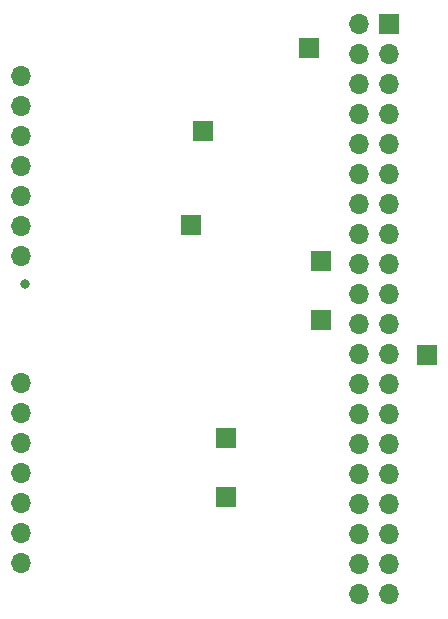
<source format=gbr>
%TF.GenerationSoftware,KiCad,Pcbnew,(6.0.1)*%
%TF.CreationDate,2022-02-08T16:55:05-03:00*%
%TF.ProjectId,connector rpi,636f6e6e-6563-4746-9f72-207270692e6b,rev?*%
%TF.SameCoordinates,Original*%
%TF.FileFunction,Copper,L2,Bot*%
%TF.FilePolarity,Positive*%
%FSLAX46Y46*%
G04 Gerber Fmt 4.6, Leading zero omitted, Abs format (unit mm)*
G04 Created by KiCad (PCBNEW (6.0.1)) date 2022-02-08 16:55:05*
%MOMM*%
%LPD*%
G01*
G04 APERTURE LIST*
%TA.AperFunction,ComponentPad*%
%ADD10R,1.700000X1.700000*%
%TD*%
%TA.AperFunction,ComponentPad*%
%ADD11O,1.700000X1.700000*%
%TD*%
%TA.AperFunction,ViaPad*%
%ADD12C,0.800000*%
%TD*%
G04 APERTURE END LIST*
D10*
%TO.P,REF\u002A\u002A,1*%
%TO.N,N/C*%
X49000000Y-67000000D03*
%TD*%
%TO.P,REF\u002A\u002A,1*%
%TO.N,Net-(C1-Pad2)*%
X46000000Y-49000000D03*
%TD*%
%TO.P,REF\u002A\u002A,1*%
%TO.N,Net-(C1-Pad2)*%
X56000000Y-34000000D03*
%TD*%
%TO.P,REF\u002A\u002A,1*%
%TO.N,Net-(C2-Pad5)*%
X47000000Y-41000000D03*
%TD*%
D11*
%TO.P,C1,1,GND*%
%TO.N,GND*%
X31595000Y-77620000D03*
%TO.P,C1,2,5V*%
%TO.N,Net-(C1-Pad2)*%
X31595000Y-75080000D03*
%TO.P,C1,3,SCK*%
%TO.N,Net-(C1-Pad3)*%
X31595000Y-72540000D03*
%TO.P,C1,4,MOSI*%
%TO.N,Net-(C1-Pad4)*%
X31595000Y-70000000D03*
%TO.P,C1,5,RES*%
%TO.N,Net-(C1-Pad5)*%
X31595000Y-67460000D03*
%TO.P,C1,6,DC*%
%TO.N,Net-(C1-Pad6)*%
X31595000Y-64920000D03*
%TO.P,C1,7,BL*%
%TO.N,Net-(C1-Pad7)*%
X31595000Y-62380000D03*
%TD*%
D10*
%TO.P,REF\u002A\u002A,1*%
%TO.N,Net-(C1-Pad3)*%
X49000000Y-72000000D03*
%TD*%
%TO.P,REF\u002A\u002A,1*%
%TO.N,Net-(C2-Pad5)*%
X57000000Y-52000000D03*
%TD*%
D11*
%TO.P,C2,1,GND*%
%TO.N,GND*%
X31595000Y-51620000D03*
%TO.P,C2,2,5V*%
%TO.N,Net-(C1-Pad2)*%
X31595000Y-49080000D03*
%TO.P,C2,3,SCK*%
%TO.N,Net-(C1-Pad3)*%
X31595000Y-46540000D03*
%TO.P,C2,4,MOSI*%
%TO.N,Net-(C1-Pad4)*%
X31595000Y-44000000D03*
%TO.P,C2,5,RES*%
%TO.N,Net-(C2-Pad5)*%
X31595000Y-41460000D03*
%TO.P,C2,6,DC*%
%TO.N,Net-(C1-Pad6)*%
X31595000Y-38920000D03*
%TO.P,C2,7,BL*%
%TO.N,Net-(C2-Pad7)*%
X31595000Y-36380000D03*
%TD*%
D10*
%TO.P,J1,1,3V3*%
%TO.N,unconnected-(J1-Pad1)*%
X62745000Y-31975000D03*
D11*
%TO.P,J1,2,5V*%
%TO.N,unconnected-(J1-Pad2)*%
X60205000Y-31975000D03*
%TO.P,J1,3,SDA/GPIO2*%
%TO.N,unconnected-(J1-Pad3)*%
X62745000Y-34515000D03*
%TO.P,J1,4,5V*%
%TO.N,Net-(C1-Pad2)*%
X60205000Y-34515000D03*
%TO.P,J1,5,SCL/GPIO3*%
%TO.N,unconnected-(J1-Pad5)*%
X62745000Y-37055000D03*
%TO.P,J1,6,GND*%
%TO.N,GND*%
X60205000Y-37055000D03*
%TO.P,J1,7,GCLK0/GPIO4*%
%TO.N,unconnected-(J1-Pad7)*%
X62745000Y-39595000D03*
%TO.P,J1,8,GPIO14/TXD*%
%TO.N,unconnected-(J1-Pad8)*%
X60205000Y-39595000D03*
%TO.P,J1,9,GND*%
%TO.N,GND*%
X62745000Y-42135000D03*
%TO.P,J1,10,GPIO15/RXD*%
%TO.N,unconnected-(J1-Pad10)*%
X60205000Y-42135000D03*
%TO.P,J1,11,GPIO17*%
%TO.N,unconnected-(J1-Pad11)*%
X62745000Y-44675000D03*
%TO.P,J1,12,GPIO18/PWM0*%
%TO.N,unconnected-(J1-Pad12)*%
X60205000Y-44675000D03*
%TO.P,J1,13,GPIO27*%
%TO.N,unconnected-(J1-Pad13)*%
X62745000Y-47215000D03*
%TO.P,J1,14,GND*%
%TO.N,GND*%
X60205000Y-47215000D03*
%TO.P,J1,15,GPIO22*%
%TO.N,unconnected-(J1-Pad15)*%
X62745000Y-49755000D03*
%TO.P,J1,16,GPIO23*%
%TO.N,unconnected-(J1-Pad16)*%
X60205000Y-49755000D03*
%TO.P,J1,17,3V3*%
%TO.N,unconnected-(J1-Pad17)*%
X62745000Y-52295000D03*
%TO.P,J1,18,GPIO24*%
%TO.N,Net-(C2-Pad5)*%
X60205000Y-52295000D03*
%TO.P,J1,19,MOSI0/GPIO10*%
%TO.N,Net-(C1-Pad4)*%
X62745000Y-54835000D03*
%TO.P,J1,20,GND*%
%TO.N,GND*%
X60205000Y-54835000D03*
%TO.P,J1,21,MISO0/GPIO9*%
%TO.N,Net-(C1-Pad6)*%
X62745000Y-57375000D03*
%TO.P,J1,22,GPIO25*%
%TO.N,Net-(C1-Pad5)*%
X60205000Y-57375000D03*
%TO.P,J1,23,SCLK0/GPIO11*%
%TO.N,Net-(C1-Pad3)*%
X62745000Y-59915000D03*
%TO.P,J1,24,~{CE0}/GPIO8*%
%TO.N,Net-(C2-Pad7)*%
X60205000Y-59915000D03*
%TO.P,J1,25,GND*%
%TO.N,GND*%
X62745000Y-62455000D03*
%TO.P,J1,26,~{CE1}/GPIO7*%
%TO.N,Net-(C1-Pad7)*%
X60205000Y-62455000D03*
%TO.P,J1,27,ID_SD/GPIO0*%
%TO.N,unconnected-(J1-Pad27)*%
X62745000Y-64995000D03*
%TO.P,J1,28,ID_SC/GPIO1*%
%TO.N,unconnected-(J1-Pad28)*%
X60205000Y-64995000D03*
%TO.P,J1,29,GCLK1/GPIO5*%
%TO.N,unconnected-(J1-Pad29)*%
X62745000Y-67535000D03*
%TO.P,J1,30,GND*%
%TO.N,GND*%
X60205000Y-67535000D03*
%TO.P,J1,31,GCLK2/GPIO6*%
%TO.N,unconnected-(J1-Pad31)*%
X62745000Y-70075000D03*
%TO.P,J1,32,PWM0/GPIO12*%
%TO.N,unconnected-(J1-Pad32)*%
X60205000Y-70075000D03*
%TO.P,J1,33,PWM1/GPIO13*%
%TO.N,unconnected-(J1-Pad33)*%
X62745000Y-72615000D03*
%TO.P,J1,34,GND*%
%TO.N,GND*%
X60205000Y-72615000D03*
%TO.P,J1,35,GPIO19/MISO1*%
%TO.N,unconnected-(J1-Pad35)*%
X62745000Y-75155000D03*
%TO.P,J1,36,GPIO16*%
%TO.N,unconnected-(J1-Pad36)*%
X60205000Y-75155000D03*
%TO.P,J1,37,GPIO26*%
%TO.N,unconnected-(J1-Pad37)*%
X62745000Y-77695000D03*
%TO.P,J1,38,GPIO20/MOSI1*%
%TO.N,unconnected-(J1-Pad38)*%
X60205000Y-77695000D03*
%TO.P,J1,39,GND*%
%TO.N,GND*%
X62745000Y-80235000D03*
%TO.P,J1,40,GPIO21/SCLK1*%
%TO.N,unconnected-(J1-Pad40)*%
X60205000Y-80235000D03*
%TD*%
D10*
%TO.P,REF\u002A\u002A,1*%
%TO.N,Net-(C1-Pad3)*%
X66000000Y-60000000D03*
%TD*%
%TO.P,REF\u002A\u002A,1*%
%TO.N,Net-(C1-Pad5)*%
X57000000Y-57000000D03*
%TD*%
D12*
%TO.N,GND*%
X32000000Y-54000000D03*
%TD*%
M02*

</source>
